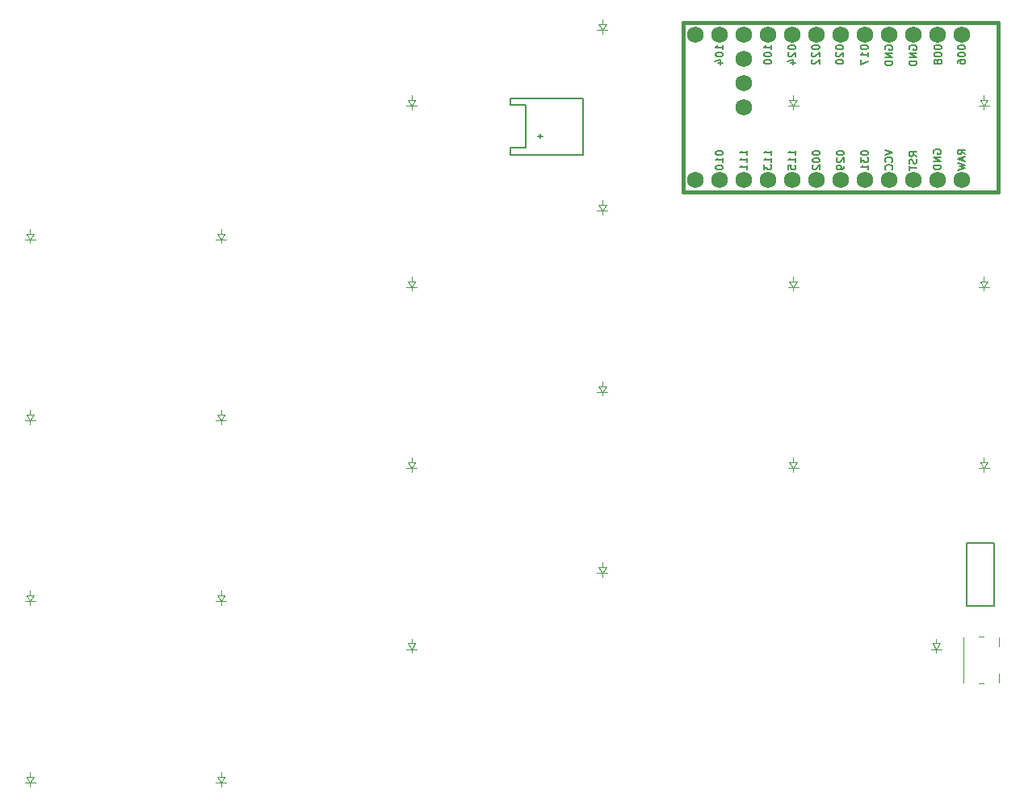
<source format=gbr>
%TF.GenerationSoftware,KiCad,Pcbnew,8.0.7*%
%TF.CreationDate,2025-01-04T23:43:43-07:00*%
%TF.ProjectId,left,6c656674-2e6b-4696-9361-645f70636258,v1.0.0*%
%TF.SameCoordinates,Original*%
%TF.FileFunction,Legend,Bot*%
%TF.FilePolarity,Positive*%
%FSLAX46Y46*%
G04 Gerber Fmt 4.6, Leading zero omitted, Abs format (unit mm)*
G04 Created by KiCad (PCBNEW 8.0.7) date 2025-01-04 23:43:43*
%MOMM*%
%LPD*%
G01*
G04 APERTURE LIST*
%ADD10C,0.150000*%
%ADD11C,0.100000*%
%ADD12C,0.381000*%
%ADD13C,0.120000*%
%ADD14C,1.752600*%
G04 APERTURE END LIST*
D10*
X206332295Y-86921334D02*
X205951342Y-86654667D01*
X206332295Y-86464191D02*
X205532295Y-86464191D01*
X205532295Y-86464191D02*
X205532295Y-86768953D01*
X205532295Y-86768953D02*
X205570390Y-86845143D01*
X205570390Y-86845143D02*
X205608485Y-86883238D01*
X205608485Y-86883238D02*
X205684676Y-86921334D01*
X205684676Y-86921334D02*
X205798961Y-86921334D01*
X205798961Y-86921334D02*
X205875152Y-86883238D01*
X205875152Y-86883238D02*
X205913247Y-86845143D01*
X205913247Y-86845143D02*
X205951342Y-86768953D01*
X205951342Y-86768953D02*
X205951342Y-86464191D01*
X206103723Y-87226095D02*
X206103723Y-87607048D01*
X206332295Y-87149905D02*
X205532295Y-87416572D01*
X205532295Y-87416572D02*
X206332295Y-87683238D01*
X205532295Y-87873714D02*
X206332295Y-88064190D01*
X206332295Y-88064190D02*
X205760866Y-88216571D01*
X205760866Y-88216571D02*
X206332295Y-88368952D01*
X206332295Y-88368952D02*
X205532295Y-88559429D01*
X203030390Y-86845143D02*
X202992295Y-86768953D01*
X202992295Y-86768953D02*
X202992295Y-86654667D01*
X202992295Y-86654667D02*
X203030390Y-86540381D01*
X203030390Y-86540381D02*
X203106580Y-86464191D01*
X203106580Y-86464191D02*
X203182771Y-86426096D01*
X203182771Y-86426096D02*
X203335152Y-86388000D01*
X203335152Y-86388000D02*
X203449438Y-86388000D01*
X203449438Y-86388000D02*
X203601819Y-86426096D01*
X203601819Y-86426096D02*
X203678009Y-86464191D01*
X203678009Y-86464191D02*
X203754200Y-86540381D01*
X203754200Y-86540381D02*
X203792295Y-86654667D01*
X203792295Y-86654667D02*
X203792295Y-86730858D01*
X203792295Y-86730858D02*
X203754200Y-86845143D01*
X203754200Y-86845143D02*
X203716104Y-86883239D01*
X203716104Y-86883239D02*
X203449438Y-86883239D01*
X203449438Y-86883239D02*
X203449438Y-86730858D01*
X203792295Y-87226096D02*
X202992295Y-87226096D01*
X202992295Y-87226096D02*
X203792295Y-87683239D01*
X203792295Y-87683239D02*
X202992295Y-87683239D01*
X203792295Y-88064191D02*
X202992295Y-88064191D01*
X202992295Y-88064191D02*
X202992295Y-88254667D01*
X202992295Y-88254667D02*
X203030390Y-88368953D01*
X203030390Y-88368953D02*
X203106580Y-88445143D01*
X203106580Y-88445143D02*
X203182771Y-88483238D01*
X203182771Y-88483238D02*
X203335152Y-88521334D01*
X203335152Y-88521334D02*
X203449438Y-88521334D01*
X203449438Y-88521334D02*
X203601819Y-88483238D01*
X203601819Y-88483238D02*
X203678009Y-88445143D01*
X203678009Y-88445143D02*
X203754200Y-88368953D01*
X203754200Y-88368953D02*
X203792295Y-88254667D01*
X203792295Y-88254667D02*
X203792295Y-88064191D01*
X201252295Y-87149905D02*
X200871342Y-86883238D01*
X201252295Y-86692762D02*
X200452295Y-86692762D01*
X200452295Y-86692762D02*
X200452295Y-86997524D01*
X200452295Y-86997524D02*
X200490390Y-87073714D01*
X200490390Y-87073714D02*
X200528485Y-87111809D01*
X200528485Y-87111809D02*
X200604676Y-87149905D01*
X200604676Y-87149905D02*
X200718961Y-87149905D01*
X200718961Y-87149905D02*
X200795152Y-87111809D01*
X200795152Y-87111809D02*
X200833247Y-87073714D01*
X200833247Y-87073714D02*
X200871342Y-86997524D01*
X200871342Y-86997524D02*
X200871342Y-86692762D01*
X201214200Y-87454666D02*
X201252295Y-87568952D01*
X201252295Y-87568952D02*
X201252295Y-87759428D01*
X201252295Y-87759428D02*
X201214200Y-87835619D01*
X201214200Y-87835619D02*
X201176104Y-87873714D01*
X201176104Y-87873714D02*
X201099914Y-87911809D01*
X201099914Y-87911809D02*
X201023723Y-87911809D01*
X201023723Y-87911809D02*
X200947533Y-87873714D01*
X200947533Y-87873714D02*
X200909438Y-87835619D01*
X200909438Y-87835619D02*
X200871342Y-87759428D01*
X200871342Y-87759428D02*
X200833247Y-87607047D01*
X200833247Y-87607047D02*
X200795152Y-87530857D01*
X200795152Y-87530857D02*
X200757057Y-87492762D01*
X200757057Y-87492762D02*
X200680866Y-87454666D01*
X200680866Y-87454666D02*
X200604676Y-87454666D01*
X200604676Y-87454666D02*
X200528485Y-87492762D01*
X200528485Y-87492762D02*
X200490390Y-87530857D01*
X200490390Y-87530857D02*
X200452295Y-87607047D01*
X200452295Y-87607047D02*
X200452295Y-87797524D01*
X200452295Y-87797524D02*
X200490390Y-87911809D01*
X200452295Y-88140381D02*
X200452295Y-88597524D01*
X201252295Y-88368952D02*
X200452295Y-88368952D01*
X197912295Y-86470524D02*
X198712295Y-86737191D01*
X198712295Y-86737191D02*
X197912295Y-87003857D01*
X198636104Y-87727667D02*
X198674200Y-87689571D01*
X198674200Y-87689571D02*
X198712295Y-87575286D01*
X198712295Y-87575286D02*
X198712295Y-87499095D01*
X198712295Y-87499095D02*
X198674200Y-87384809D01*
X198674200Y-87384809D02*
X198598009Y-87308619D01*
X198598009Y-87308619D02*
X198521819Y-87270524D01*
X198521819Y-87270524D02*
X198369438Y-87232428D01*
X198369438Y-87232428D02*
X198255152Y-87232428D01*
X198255152Y-87232428D02*
X198102771Y-87270524D01*
X198102771Y-87270524D02*
X198026580Y-87308619D01*
X198026580Y-87308619D02*
X197950390Y-87384809D01*
X197950390Y-87384809D02*
X197912295Y-87499095D01*
X197912295Y-87499095D02*
X197912295Y-87575286D01*
X197912295Y-87575286D02*
X197950390Y-87689571D01*
X197950390Y-87689571D02*
X197988485Y-87727667D01*
X198636104Y-88527667D02*
X198674200Y-88489571D01*
X198674200Y-88489571D02*
X198712295Y-88375286D01*
X198712295Y-88375286D02*
X198712295Y-88299095D01*
X198712295Y-88299095D02*
X198674200Y-88184809D01*
X198674200Y-88184809D02*
X198598009Y-88108619D01*
X198598009Y-88108619D02*
X198521819Y-88070524D01*
X198521819Y-88070524D02*
X198369438Y-88032428D01*
X198369438Y-88032428D02*
X198255152Y-88032428D01*
X198255152Y-88032428D02*
X198102771Y-88070524D01*
X198102771Y-88070524D02*
X198026580Y-88108619D01*
X198026580Y-88108619D02*
X197950390Y-88184809D01*
X197950390Y-88184809D02*
X197912295Y-88299095D01*
X197912295Y-88299095D02*
X197912295Y-88375286D01*
X197912295Y-88375286D02*
X197950390Y-88489571D01*
X197950390Y-88489571D02*
X197988485Y-88527667D01*
X195372295Y-86737191D02*
X195372295Y-86813381D01*
X195372295Y-86813381D02*
X195410390Y-86889572D01*
X195410390Y-86889572D02*
X195448485Y-86927667D01*
X195448485Y-86927667D02*
X195524676Y-86965762D01*
X195524676Y-86965762D02*
X195677057Y-87003857D01*
X195677057Y-87003857D02*
X195867533Y-87003857D01*
X195867533Y-87003857D02*
X196019914Y-86965762D01*
X196019914Y-86965762D02*
X196096104Y-86927667D01*
X196096104Y-86927667D02*
X196134200Y-86889572D01*
X196134200Y-86889572D02*
X196172295Y-86813381D01*
X196172295Y-86813381D02*
X196172295Y-86737191D01*
X196172295Y-86737191D02*
X196134200Y-86661000D01*
X196134200Y-86661000D02*
X196096104Y-86622905D01*
X196096104Y-86622905D02*
X196019914Y-86584810D01*
X196019914Y-86584810D02*
X195867533Y-86546714D01*
X195867533Y-86546714D02*
X195677057Y-86546714D01*
X195677057Y-86546714D02*
X195524676Y-86584810D01*
X195524676Y-86584810D02*
X195448485Y-86622905D01*
X195448485Y-86622905D02*
X195410390Y-86661000D01*
X195410390Y-86661000D02*
X195372295Y-86737191D01*
X195372295Y-87270524D02*
X195372295Y-87765762D01*
X195372295Y-87765762D02*
X195677057Y-87499096D01*
X195677057Y-87499096D02*
X195677057Y-87613381D01*
X195677057Y-87613381D02*
X195715152Y-87689572D01*
X195715152Y-87689572D02*
X195753247Y-87727667D01*
X195753247Y-87727667D02*
X195829438Y-87765762D01*
X195829438Y-87765762D02*
X196019914Y-87765762D01*
X196019914Y-87765762D02*
X196096104Y-87727667D01*
X196096104Y-87727667D02*
X196134200Y-87689572D01*
X196134200Y-87689572D02*
X196172295Y-87613381D01*
X196172295Y-87613381D02*
X196172295Y-87384810D01*
X196172295Y-87384810D02*
X196134200Y-87308619D01*
X196134200Y-87308619D02*
X196096104Y-87270524D01*
X196172295Y-88527667D02*
X196172295Y-88070524D01*
X196172295Y-88299096D02*
X195372295Y-88299096D01*
X195372295Y-88299096D02*
X195486580Y-88222905D01*
X195486580Y-88222905D02*
X195562771Y-88146715D01*
X195562771Y-88146715D02*
X195600866Y-88070524D01*
X192832295Y-86737191D02*
X192832295Y-86813381D01*
X192832295Y-86813381D02*
X192870390Y-86889572D01*
X192870390Y-86889572D02*
X192908485Y-86927667D01*
X192908485Y-86927667D02*
X192984676Y-86965762D01*
X192984676Y-86965762D02*
X193137057Y-87003857D01*
X193137057Y-87003857D02*
X193327533Y-87003857D01*
X193327533Y-87003857D02*
X193479914Y-86965762D01*
X193479914Y-86965762D02*
X193556104Y-86927667D01*
X193556104Y-86927667D02*
X193594200Y-86889572D01*
X193594200Y-86889572D02*
X193632295Y-86813381D01*
X193632295Y-86813381D02*
X193632295Y-86737191D01*
X193632295Y-86737191D02*
X193594200Y-86661000D01*
X193594200Y-86661000D02*
X193556104Y-86622905D01*
X193556104Y-86622905D02*
X193479914Y-86584810D01*
X193479914Y-86584810D02*
X193327533Y-86546714D01*
X193327533Y-86546714D02*
X193137057Y-86546714D01*
X193137057Y-86546714D02*
X192984676Y-86584810D01*
X192984676Y-86584810D02*
X192908485Y-86622905D01*
X192908485Y-86622905D02*
X192870390Y-86661000D01*
X192870390Y-86661000D02*
X192832295Y-86737191D01*
X192908485Y-87308619D02*
X192870390Y-87346715D01*
X192870390Y-87346715D02*
X192832295Y-87422905D01*
X192832295Y-87422905D02*
X192832295Y-87613381D01*
X192832295Y-87613381D02*
X192870390Y-87689572D01*
X192870390Y-87689572D02*
X192908485Y-87727667D01*
X192908485Y-87727667D02*
X192984676Y-87765762D01*
X192984676Y-87765762D02*
X193060866Y-87765762D01*
X193060866Y-87765762D02*
X193175152Y-87727667D01*
X193175152Y-87727667D02*
X193632295Y-87270524D01*
X193632295Y-87270524D02*
X193632295Y-87765762D01*
X193632295Y-88146715D02*
X193632295Y-88299096D01*
X193632295Y-88299096D02*
X193594200Y-88375286D01*
X193594200Y-88375286D02*
X193556104Y-88413382D01*
X193556104Y-88413382D02*
X193441819Y-88489572D01*
X193441819Y-88489572D02*
X193289438Y-88527667D01*
X193289438Y-88527667D02*
X192984676Y-88527667D01*
X192984676Y-88527667D02*
X192908485Y-88489572D01*
X192908485Y-88489572D02*
X192870390Y-88451477D01*
X192870390Y-88451477D02*
X192832295Y-88375286D01*
X192832295Y-88375286D02*
X192832295Y-88222905D01*
X192832295Y-88222905D02*
X192870390Y-88146715D01*
X192870390Y-88146715D02*
X192908485Y-88108620D01*
X192908485Y-88108620D02*
X192984676Y-88070524D01*
X192984676Y-88070524D02*
X193175152Y-88070524D01*
X193175152Y-88070524D02*
X193251342Y-88108620D01*
X193251342Y-88108620D02*
X193289438Y-88146715D01*
X193289438Y-88146715D02*
X193327533Y-88222905D01*
X193327533Y-88222905D02*
X193327533Y-88375286D01*
X193327533Y-88375286D02*
X193289438Y-88451477D01*
X193289438Y-88451477D02*
X193251342Y-88489572D01*
X193251342Y-88489572D02*
X193175152Y-88527667D01*
X190292295Y-86737191D02*
X190292295Y-86813381D01*
X190292295Y-86813381D02*
X190330390Y-86889572D01*
X190330390Y-86889572D02*
X190368485Y-86927667D01*
X190368485Y-86927667D02*
X190444676Y-86965762D01*
X190444676Y-86965762D02*
X190597057Y-87003857D01*
X190597057Y-87003857D02*
X190787533Y-87003857D01*
X190787533Y-87003857D02*
X190939914Y-86965762D01*
X190939914Y-86965762D02*
X191016104Y-86927667D01*
X191016104Y-86927667D02*
X191054200Y-86889572D01*
X191054200Y-86889572D02*
X191092295Y-86813381D01*
X191092295Y-86813381D02*
X191092295Y-86737191D01*
X191092295Y-86737191D02*
X191054200Y-86661000D01*
X191054200Y-86661000D02*
X191016104Y-86622905D01*
X191016104Y-86622905D02*
X190939914Y-86584810D01*
X190939914Y-86584810D02*
X190787533Y-86546714D01*
X190787533Y-86546714D02*
X190597057Y-86546714D01*
X190597057Y-86546714D02*
X190444676Y-86584810D01*
X190444676Y-86584810D02*
X190368485Y-86622905D01*
X190368485Y-86622905D02*
X190330390Y-86661000D01*
X190330390Y-86661000D02*
X190292295Y-86737191D01*
X190292295Y-87499096D02*
X190292295Y-87575286D01*
X190292295Y-87575286D02*
X190330390Y-87651477D01*
X190330390Y-87651477D02*
X190368485Y-87689572D01*
X190368485Y-87689572D02*
X190444676Y-87727667D01*
X190444676Y-87727667D02*
X190597057Y-87765762D01*
X190597057Y-87765762D02*
X190787533Y-87765762D01*
X190787533Y-87765762D02*
X190939914Y-87727667D01*
X190939914Y-87727667D02*
X191016104Y-87689572D01*
X191016104Y-87689572D02*
X191054200Y-87651477D01*
X191054200Y-87651477D02*
X191092295Y-87575286D01*
X191092295Y-87575286D02*
X191092295Y-87499096D01*
X191092295Y-87499096D02*
X191054200Y-87422905D01*
X191054200Y-87422905D02*
X191016104Y-87384810D01*
X191016104Y-87384810D02*
X190939914Y-87346715D01*
X190939914Y-87346715D02*
X190787533Y-87308619D01*
X190787533Y-87308619D02*
X190597057Y-87308619D01*
X190597057Y-87308619D02*
X190444676Y-87346715D01*
X190444676Y-87346715D02*
X190368485Y-87384810D01*
X190368485Y-87384810D02*
X190330390Y-87422905D01*
X190330390Y-87422905D02*
X190292295Y-87499096D01*
X190368485Y-88070524D02*
X190330390Y-88108620D01*
X190330390Y-88108620D02*
X190292295Y-88184810D01*
X190292295Y-88184810D02*
X190292295Y-88375286D01*
X190292295Y-88375286D02*
X190330390Y-88451477D01*
X190330390Y-88451477D02*
X190368485Y-88489572D01*
X190368485Y-88489572D02*
X190444676Y-88527667D01*
X190444676Y-88527667D02*
X190520866Y-88527667D01*
X190520866Y-88527667D02*
X190635152Y-88489572D01*
X190635152Y-88489572D02*
X191092295Y-88032429D01*
X191092295Y-88032429D02*
X191092295Y-88527667D01*
X188552295Y-87003857D02*
X188552295Y-86546714D01*
X188552295Y-86775286D02*
X187752295Y-86775286D01*
X187752295Y-86775286D02*
X187866580Y-86699095D01*
X187866580Y-86699095D02*
X187942771Y-86622905D01*
X187942771Y-86622905D02*
X187980866Y-86546714D01*
X188552295Y-87765762D02*
X188552295Y-87308619D01*
X188552295Y-87537191D02*
X187752295Y-87537191D01*
X187752295Y-87537191D02*
X187866580Y-87461000D01*
X187866580Y-87461000D02*
X187942771Y-87384810D01*
X187942771Y-87384810D02*
X187980866Y-87308619D01*
X187752295Y-88489572D02*
X187752295Y-88108620D01*
X187752295Y-88108620D02*
X188133247Y-88070524D01*
X188133247Y-88070524D02*
X188095152Y-88108620D01*
X188095152Y-88108620D02*
X188057057Y-88184810D01*
X188057057Y-88184810D02*
X188057057Y-88375286D01*
X188057057Y-88375286D02*
X188095152Y-88451477D01*
X188095152Y-88451477D02*
X188133247Y-88489572D01*
X188133247Y-88489572D02*
X188209438Y-88527667D01*
X188209438Y-88527667D02*
X188399914Y-88527667D01*
X188399914Y-88527667D02*
X188476104Y-88489572D01*
X188476104Y-88489572D02*
X188514200Y-88451477D01*
X188514200Y-88451477D02*
X188552295Y-88375286D01*
X188552295Y-88375286D02*
X188552295Y-88184810D01*
X188552295Y-88184810D02*
X188514200Y-88108620D01*
X188514200Y-88108620D02*
X188476104Y-88070524D01*
X186012295Y-87003857D02*
X186012295Y-86546714D01*
X186012295Y-86775286D02*
X185212295Y-86775286D01*
X185212295Y-86775286D02*
X185326580Y-86699095D01*
X185326580Y-86699095D02*
X185402771Y-86622905D01*
X185402771Y-86622905D02*
X185440866Y-86546714D01*
X186012295Y-87765762D02*
X186012295Y-87308619D01*
X186012295Y-87537191D02*
X185212295Y-87537191D01*
X185212295Y-87537191D02*
X185326580Y-87461000D01*
X185326580Y-87461000D02*
X185402771Y-87384810D01*
X185402771Y-87384810D02*
X185440866Y-87308619D01*
X185212295Y-88032429D02*
X185212295Y-88527667D01*
X185212295Y-88527667D02*
X185517057Y-88261001D01*
X185517057Y-88261001D02*
X185517057Y-88375286D01*
X185517057Y-88375286D02*
X185555152Y-88451477D01*
X185555152Y-88451477D02*
X185593247Y-88489572D01*
X185593247Y-88489572D02*
X185669438Y-88527667D01*
X185669438Y-88527667D02*
X185859914Y-88527667D01*
X185859914Y-88527667D02*
X185936104Y-88489572D01*
X185936104Y-88489572D02*
X185974200Y-88451477D01*
X185974200Y-88451477D02*
X186012295Y-88375286D01*
X186012295Y-88375286D02*
X186012295Y-88146715D01*
X186012295Y-88146715D02*
X185974200Y-88070524D01*
X185974200Y-88070524D02*
X185936104Y-88032429D01*
X183472295Y-87003857D02*
X183472295Y-86546714D01*
X183472295Y-86775286D02*
X182672295Y-86775286D01*
X182672295Y-86775286D02*
X182786580Y-86699095D01*
X182786580Y-86699095D02*
X182862771Y-86622905D01*
X182862771Y-86622905D02*
X182900866Y-86546714D01*
X183472295Y-87765762D02*
X183472295Y-87308619D01*
X183472295Y-87537191D02*
X182672295Y-87537191D01*
X182672295Y-87537191D02*
X182786580Y-87461000D01*
X182786580Y-87461000D02*
X182862771Y-87384810D01*
X182862771Y-87384810D02*
X182900866Y-87308619D01*
X183472295Y-88527667D02*
X183472295Y-88070524D01*
X183472295Y-88299096D02*
X182672295Y-88299096D01*
X182672295Y-88299096D02*
X182786580Y-88222905D01*
X182786580Y-88222905D02*
X182862771Y-88146715D01*
X182862771Y-88146715D02*
X182900866Y-88070524D01*
X180132295Y-86737191D02*
X180132295Y-86813381D01*
X180132295Y-86813381D02*
X180170390Y-86889572D01*
X180170390Y-86889572D02*
X180208485Y-86927667D01*
X180208485Y-86927667D02*
X180284676Y-86965762D01*
X180284676Y-86965762D02*
X180437057Y-87003857D01*
X180437057Y-87003857D02*
X180627533Y-87003857D01*
X180627533Y-87003857D02*
X180779914Y-86965762D01*
X180779914Y-86965762D02*
X180856104Y-86927667D01*
X180856104Y-86927667D02*
X180894200Y-86889572D01*
X180894200Y-86889572D02*
X180932295Y-86813381D01*
X180932295Y-86813381D02*
X180932295Y-86737191D01*
X180932295Y-86737191D02*
X180894200Y-86661000D01*
X180894200Y-86661000D02*
X180856104Y-86622905D01*
X180856104Y-86622905D02*
X180779914Y-86584810D01*
X180779914Y-86584810D02*
X180627533Y-86546714D01*
X180627533Y-86546714D02*
X180437057Y-86546714D01*
X180437057Y-86546714D02*
X180284676Y-86584810D01*
X180284676Y-86584810D02*
X180208485Y-86622905D01*
X180208485Y-86622905D02*
X180170390Y-86661000D01*
X180170390Y-86661000D02*
X180132295Y-86737191D01*
X180932295Y-87765762D02*
X180932295Y-87308619D01*
X180932295Y-87537191D02*
X180132295Y-87537191D01*
X180132295Y-87537191D02*
X180246580Y-87461000D01*
X180246580Y-87461000D02*
X180322771Y-87384810D01*
X180322771Y-87384810D02*
X180360866Y-87308619D01*
X180132295Y-88261001D02*
X180132295Y-88337191D01*
X180132295Y-88337191D02*
X180170390Y-88413382D01*
X180170390Y-88413382D02*
X180208485Y-88451477D01*
X180208485Y-88451477D02*
X180284676Y-88489572D01*
X180284676Y-88489572D02*
X180437057Y-88527667D01*
X180437057Y-88527667D02*
X180627533Y-88527667D01*
X180627533Y-88527667D02*
X180779914Y-88489572D01*
X180779914Y-88489572D02*
X180856104Y-88451477D01*
X180856104Y-88451477D02*
X180894200Y-88413382D01*
X180894200Y-88413382D02*
X180932295Y-88337191D01*
X180932295Y-88337191D02*
X180932295Y-88261001D01*
X180932295Y-88261001D02*
X180894200Y-88184810D01*
X180894200Y-88184810D02*
X180856104Y-88146715D01*
X180856104Y-88146715D02*
X180779914Y-88108620D01*
X180779914Y-88108620D02*
X180627533Y-88070524D01*
X180627533Y-88070524D02*
X180437057Y-88070524D01*
X180437057Y-88070524D02*
X180284676Y-88108620D01*
X180284676Y-88108620D02*
X180208485Y-88146715D01*
X180208485Y-88146715D02*
X180170390Y-88184810D01*
X180170390Y-88184810D02*
X180132295Y-88261001D01*
X205532295Y-75662810D02*
X205532295Y-75739000D01*
X205532295Y-75739000D02*
X205570390Y-75815191D01*
X205570390Y-75815191D02*
X205608485Y-75853286D01*
X205608485Y-75853286D02*
X205684676Y-75891381D01*
X205684676Y-75891381D02*
X205837057Y-75929476D01*
X205837057Y-75929476D02*
X206027533Y-75929476D01*
X206027533Y-75929476D02*
X206179914Y-75891381D01*
X206179914Y-75891381D02*
X206256104Y-75853286D01*
X206256104Y-75853286D02*
X206294200Y-75815191D01*
X206294200Y-75815191D02*
X206332295Y-75739000D01*
X206332295Y-75739000D02*
X206332295Y-75662810D01*
X206332295Y-75662810D02*
X206294200Y-75586619D01*
X206294200Y-75586619D02*
X206256104Y-75548524D01*
X206256104Y-75548524D02*
X206179914Y-75510429D01*
X206179914Y-75510429D02*
X206027533Y-75472333D01*
X206027533Y-75472333D02*
X205837057Y-75472333D01*
X205837057Y-75472333D02*
X205684676Y-75510429D01*
X205684676Y-75510429D02*
X205608485Y-75548524D01*
X205608485Y-75548524D02*
X205570390Y-75586619D01*
X205570390Y-75586619D02*
X205532295Y-75662810D01*
X205532295Y-76424715D02*
X205532295Y-76500905D01*
X205532295Y-76500905D02*
X205570390Y-76577096D01*
X205570390Y-76577096D02*
X205608485Y-76615191D01*
X205608485Y-76615191D02*
X205684676Y-76653286D01*
X205684676Y-76653286D02*
X205837057Y-76691381D01*
X205837057Y-76691381D02*
X206027533Y-76691381D01*
X206027533Y-76691381D02*
X206179914Y-76653286D01*
X206179914Y-76653286D02*
X206256104Y-76615191D01*
X206256104Y-76615191D02*
X206294200Y-76577096D01*
X206294200Y-76577096D02*
X206332295Y-76500905D01*
X206332295Y-76500905D02*
X206332295Y-76424715D01*
X206332295Y-76424715D02*
X206294200Y-76348524D01*
X206294200Y-76348524D02*
X206256104Y-76310429D01*
X206256104Y-76310429D02*
X206179914Y-76272334D01*
X206179914Y-76272334D02*
X206027533Y-76234238D01*
X206027533Y-76234238D02*
X205837057Y-76234238D01*
X205837057Y-76234238D02*
X205684676Y-76272334D01*
X205684676Y-76272334D02*
X205608485Y-76310429D01*
X205608485Y-76310429D02*
X205570390Y-76348524D01*
X205570390Y-76348524D02*
X205532295Y-76424715D01*
X205532295Y-77377096D02*
X205532295Y-77224715D01*
X205532295Y-77224715D02*
X205570390Y-77148524D01*
X205570390Y-77148524D02*
X205608485Y-77110429D01*
X205608485Y-77110429D02*
X205722771Y-77034239D01*
X205722771Y-77034239D02*
X205875152Y-76996143D01*
X205875152Y-76996143D02*
X206179914Y-76996143D01*
X206179914Y-76996143D02*
X206256104Y-77034239D01*
X206256104Y-77034239D02*
X206294200Y-77072334D01*
X206294200Y-77072334D02*
X206332295Y-77148524D01*
X206332295Y-77148524D02*
X206332295Y-77300905D01*
X206332295Y-77300905D02*
X206294200Y-77377096D01*
X206294200Y-77377096D02*
X206256104Y-77415191D01*
X206256104Y-77415191D02*
X206179914Y-77453286D01*
X206179914Y-77453286D02*
X205989438Y-77453286D01*
X205989438Y-77453286D02*
X205913247Y-77415191D01*
X205913247Y-77415191D02*
X205875152Y-77377096D01*
X205875152Y-77377096D02*
X205837057Y-77300905D01*
X205837057Y-77300905D02*
X205837057Y-77148524D01*
X205837057Y-77148524D02*
X205875152Y-77072334D01*
X205875152Y-77072334D02*
X205913247Y-77034239D01*
X205913247Y-77034239D02*
X205989438Y-76996143D01*
X203062295Y-75662810D02*
X203062295Y-75739000D01*
X203062295Y-75739000D02*
X203100390Y-75815191D01*
X203100390Y-75815191D02*
X203138485Y-75853286D01*
X203138485Y-75853286D02*
X203214676Y-75891381D01*
X203214676Y-75891381D02*
X203367057Y-75929476D01*
X203367057Y-75929476D02*
X203557533Y-75929476D01*
X203557533Y-75929476D02*
X203709914Y-75891381D01*
X203709914Y-75891381D02*
X203786104Y-75853286D01*
X203786104Y-75853286D02*
X203824200Y-75815191D01*
X203824200Y-75815191D02*
X203862295Y-75739000D01*
X203862295Y-75739000D02*
X203862295Y-75662810D01*
X203862295Y-75662810D02*
X203824200Y-75586619D01*
X203824200Y-75586619D02*
X203786104Y-75548524D01*
X203786104Y-75548524D02*
X203709914Y-75510429D01*
X203709914Y-75510429D02*
X203557533Y-75472333D01*
X203557533Y-75472333D02*
X203367057Y-75472333D01*
X203367057Y-75472333D02*
X203214676Y-75510429D01*
X203214676Y-75510429D02*
X203138485Y-75548524D01*
X203138485Y-75548524D02*
X203100390Y-75586619D01*
X203100390Y-75586619D02*
X203062295Y-75662810D01*
X203062295Y-76424715D02*
X203062295Y-76500905D01*
X203062295Y-76500905D02*
X203100390Y-76577096D01*
X203100390Y-76577096D02*
X203138485Y-76615191D01*
X203138485Y-76615191D02*
X203214676Y-76653286D01*
X203214676Y-76653286D02*
X203367057Y-76691381D01*
X203367057Y-76691381D02*
X203557533Y-76691381D01*
X203557533Y-76691381D02*
X203709914Y-76653286D01*
X203709914Y-76653286D02*
X203786104Y-76615191D01*
X203786104Y-76615191D02*
X203824200Y-76577096D01*
X203824200Y-76577096D02*
X203862295Y-76500905D01*
X203862295Y-76500905D02*
X203862295Y-76424715D01*
X203862295Y-76424715D02*
X203824200Y-76348524D01*
X203824200Y-76348524D02*
X203786104Y-76310429D01*
X203786104Y-76310429D02*
X203709914Y-76272334D01*
X203709914Y-76272334D02*
X203557533Y-76234238D01*
X203557533Y-76234238D02*
X203367057Y-76234238D01*
X203367057Y-76234238D02*
X203214676Y-76272334D01*
X203214676Y-76272334D02*
X203138485Y-76310429D01*
X203138485Y-76310429D02*
X203100390Y-76348524D01*
X203100390Y-76348524D02*
X203062295Y-76424715D01*
X203405152Y-77148524D02*
X203367057Y-77072334D01*
X203367057Y-77072334D02*
X203328961Y-77034239D01*
X203328961Y-77034239D02*
X203252771Y-76996143D01*
X203252771Y-76996143D02*
X203214676Y-76996143D01*
X203214676Y-76996143D02*
X203138485Y-77034239D01*
X203138485Y-77034239D02*
X203100390Y-77072334D01*
X203100390Y-77072334D02*
X203062295Y-77148524D01*
X203062295Y-77148524D02*
X203062295Y-77300905D01*
X203062295Y-77300905D02*
X203100390Y-77377096D01*
X203100390Y-77377096D02*
X203138485Y-77415191D01*
X203138485Y-77415191D02*
X203214676Y-77453286D01*
X203214676Y-77453286D02*
X203252771Y-77453286D01*
X203252771Y-77453286D02*
X203328961Y-77415191D01*
X203328961Y-77415191D02*
X203367057Y-77377096D01*
X203367057Y-77377096D02*
X203405152Y-77300905D01*
X203405152Y-77300905D02*
X203405152Y-77148524D01*
X203405152Y-77148524D02*
X203443247Y-77072334D01*
X203443247Y-77072334D02*
X203481342Y-77034239D01*
X203481342Y-77034239D02*
X203557533Y-76996143D01*
X203557533Y-76996143D02*
X203709914Y-76996143D01*
X203709914Y-76996143D02*
X203786104Y-77034239D01*
X203786104Y-77034239D02*
X203824200Y-77072334D01*
X203824200Y-77072334D02*
X203862295Y-77148524D01*
X203862295Y-77148524D02*
X203862295Y-77300905D01*
X203862295Y-77300905D02*
X203824200Y-77377096D01*
X203824200Y-77377096D02*
X203786104Y-77415191D01*
X203786104Y-77415191D02*
X203709914Y-77453286D01*
X203709914Y-77453286D02*
X203557533Y-77453286D01*
X203557533Y-77453286D02*
X203481342Y-77415191D01*
X203481342Y-77415191D02*
X203443247Y-77377096D01*
X203443247Y-77377096D02*
X203405152Y-77300905D01*
X200490390Y-75929476D02*
X200452295Y-75853286D01*
X200452295Y-75853286D02*
X200452295Y-75739000D01*
X200452295Y-75739000D02*
X200490390Y-75624714D01*
X200490390Y-75624714D02*
X200566580Y-75548524D01*
X200566580Y-75548524D02*
X200642771Y-75510429D01*
X200642771Y-75510429D02*
X200795152Y-75472333D01*
X200795152Y-75472333D02*
X200909438Y-75472333D01*
X200909438Y-75472333D02*
X201061819Y-75510429D01*
X201061819Y-75510429D02*
X201138009Y-75548524D01*
X201138009Y-75548524D02*
X201214200Y-75624714D01*
X201214200Y-75624714D02*
X201252295Y-75739000D01*
X201252295Y-75739000D02*
X201252295Y-75815191D01*
X201252295Y-75815191D02*
X201214200Y-75929476D01*
X201214200Y-75929476D02*
X201176104Y-75967572D01*
X201176104Y-75967572D02*
X200909438Y-75967572D01*
X200909438Y-75967572D02*
X200909438Y-75815191D01*
X201252295Y-76310429D02*
X200452295Y-76310429D01*
X200452295Y-76310429D02*
X201252295Y-76767572D01*
X201252295Y-76767572D02*
X200452295Y-76767572D01*
X201252295Y-77148524D02*
X200452295Y-77148524D01*
X200452295Y-77148524D02*
X200452295Y-77339000D01*
X200452295Y-77339000D02*
X200490390Y-77453286D01*
X200490390Y-77453286D02*
X200566580Y-77529476D01*
X200566580Y-77529476D02*
X200642771Y-77567571D01*
X200642771Y-77567571D02*
X200795152Y-77605667D01*
X200795152Y-77605667D02*
X200909438Y-77605667D01*
X200909438Y-77605667D02*
X201061819Y-77567571D01*
X201061819Y-77567571D02*
X201138009Y-77529476D01*
X201138009Y-77529476D02*
X201214200Y-77453286D01*
X201214200Y-77453286D02*
X201252295Y-77339000D01*
X201252295Y-77339000D02*
X201252295Y-77148524D01*
X197950390Y-75929476D02*
X197912295Y-75853286D01*
X197912295Y-75853286D02*
X197912295Y-75739000D01*
X197912295Y-75739000D02*
X197950390Y-75624714D01*
X197950390Y-75624714D02*
X198026580Y-75548524D01*
X198026580Y-75548524D02*
X198102771Y-75510429D01*
X198102771Y-75510429D02*
X198255152Y-75472333D01*
X198255152Y-75472333D02*
X198369438Y-75472333D01*
X198369438Y-75472333D02*
X198521819Y-75510429D01*
X198521819Y-75510429D02*
X198598009Y-75548524D01*
X198598009Y-75548524D02*
X198674200Y-75624714D01*
X198674200Y-75624714D02*
X198712295Y-75739000D01*
X198712295Y-75739000D02*
X198712295Y-75815191D01*
X198712295Y-75815191D02*
X198674200Y-75929476D01*
X198674200Y-75929476D02*
X198636104Y-75967572D01*
X198636104Y-75967572D02*
X198369438Y-75967572D01*
X198369438Y-75967572D02*
X198369438Y-75815191D01*
X198712295Y-76310429D02*
X197912295Y-76310429D01*
X197912295Y-76310429D02*
X198712295Y-76767572D01*
X198712295Y-76767572D02*
X197912295Y-76767572D01*
X198712295Y-77148524D02*
X197912295Y-77148524D01*
X197912295Y-77148524D02*
X197912295Y-77339000D01*
X197912295Y-77339000D02*
X197950390Y-77453286D01*
X197950390Y-77453286D02*
X198026580Y-77529476D01*
X198026580Y-77529476D02*
X198102771Y-77567571D01*
X198102771Y-77567571D02*
X198255152Y-77605667D01*
X198255152Y-77605667D02*
X198369438Y-77605667D01*
X198369438Y-77605667D02*
X198521819Y-77567571D01*
X198521819Y-77567571D02*
X198598009Y-77529476D01*
X198598009Y-77529476D02*
X198674200Y-77453286D01*
X198674200Y-77453286D02*
X198712295Y-77339000D01*
X198712295Y-77339000D02*
X198712295Y-77148524D01*
X195362295Y-75662810D02*
X195362295Y-75739000D01*
X195362295Y-75739000D02*
X195400390Y-75815191D01*
X195400390Y-75815191D02*
X195438485Y-75853286D01*
X195438485Y-75853286D02*
X195514676Y-75891381D01*
X195514676Y-75891381D02*
X195667057Y-75929476D01*
X195667057Y-75929476D02*
X195857533Y-75929476D01*
X195857533Y-75929476D02*
X196009914Y-75891381D01*
X196009914Y-75891381D02*
X196086104Y-75853286D01*
X196086104Y-75853286D02*
X196124200Y-75815191D01*
X196124200Y-75815191D02*
X196162295Y-75739000D01*
X196162295Y-75739000D02*
X196162295Y-75662810D01*
X196162295Y-75662810D02*
X196124200Y-75586619D01*
X196124200Y-75586619D02*
X196086104Y-75548524D01*
X196086104Y-75548524D02*
X196009914Y-75510429D01*
X196009914Y-75510429D02*
X195857533Y-75472333D01*
X195857533Y-75472333D02*
X195667057Y-75472333D01*
X195667057Y-75472333D02*
X195514676Y-75510429D01*
X195514676Y-75510429D02*
X195438485Y-75548524D01*
X195438485Y-75548524D02*
X195400390Y-75586619D01*
X195400390Y-75586619D02*
X195362295Y-75662810D01*
X196162295Y-76691381D02*
X196162295Y-76234238D01*
X196162295Y-76462810D02*
X195362295Y-76462810D01*
X195362295Y-76462810D02*
X195476580Y-76386619D01*
X195476580Y-76386619D02*
X195552771Y-76310429D01*
X195552771Y-76310429D02*
X195590866Y-76234238D01*
X195362295Y-76958048D02*
X195362295Y-77491382D01*
X195362295Y-77491382D02*
X196162295Y-77148524D01*
X192762295Y-75662810D02*
X192762295Y-75739000D01*
X192762295Y-75739000D02*
X192800390Y-75815191D01*
X192800390Y-75815191D02*
X192838485Y-75853286D01*
X192838485Y-75853286D02*
X192914676Y-75891381D01*
X192914676Y-75891381D02*
X193067057Y-75929476D01*
X193067057Y-75929476D02*
X193257533Y-75929476D01*
X193257533Y-75929476D02*
X193409914Y-75891381D01*
X193409914Y-75891381D02*
X193486104Y-75853286D01*
X193486104Y-75853286D02*
X193524200Y-75815191D01*
X193524200Y-75815191D02*
X193562295Y-75739000D01*
X193562295Y-75739000D02*
X193562295Y-75662810D01*
X193562295Y-75662810D02*
X193524200Y-75586619D01*
X193524200Y-75586619D02*
X193486104Y-75548524D01*
X193486104Y-75548524D02*
X193409914Y-75510429D01*
X193409914Y-75510429D02*
X193257533Y-75472333D01*
X193257533Y-75472333D02*
X193067057Y-75472333D01*
X193067057Y-75472333D02*
X192914676Y-75510429D01*
X192914676Y-75510429D02*
X192838485Y-75548524D01*
X192838485Y-75548524D02*
X192800390Y-75586619D01*
X192800390Y-75586619D02*
X192762295Y-75662810D01*
X192838485Y-76234238D02*
X192800390Y-76272334D01*
X192800390Y-76272334D02*
X192762295Y-76348524D01*
X192762295Y-76348524D02*
X192762295Y-76539000D01*
X192762295Y-76539000D02*
X192800390Y-76615191D01*
X192800390Y-76615191D02*
X192838485Y-76653286D01*
X192838485Y-76653286D02*
X192914676Y-76691381D01*
X192914676Y-76691381D02*
X192990866Y-76691381D01*
X192990866Y-76691381D02*
X193105152Y-76653286D01*
X193105152Y-76653286D02*
X193562295Y-76196143D01*
X193562295Y-76196143D02*
X193562295Y-76691381D01*
X192762295Y-77186620D02*
X192762295Y-77262810D01*
X192762295Y-77262810D02*
X192800390Y-77339001D01*
X192800390Y-77339001D02*
X192838485Y-77377096D01*
X192838485Y-77377096D02*
X192914676Y-77415191D01*
X192914676Y-77415191D02*
X193067057Y-77453286D01*
X193067057Y-77453286D02*
X193257533Y-77453286D01*
X193257533Y-77453286D02*
X193409914Y-77415191D01*
X193409914Y-77415191D02*
X193486104Y-77377096D01*
X193486104Y-77377096D02*
X193524200Y-77339001D01*
X193524200Y-77339001D02*
X193562295Y-77262810D01*
X193562295Y-77262810D02*
X193562295Y-77186620D01*
X193562295Y-77186620D02*
X193524200Y-77110429D01*
X193524200Y-77110429D02*
X193486104Y-77072334D01*
X193486104Y-77072334D02*
X193409914Y-77034239D01*
X193409914Y-77034239D02*
X193257533Y-76996143D01*
X193257533Y-76996143D02*
X193067057Y-76996143D01*
X193067057Y-76996143D02*
X192914676Y-77034239D01*
X192914676Y-77034239D02*
X192838485Y-77072334D01*
X192838485Y-77072334D02*
X192800390Y-77110429D01*
X192800390Y-77110429D02*
X192762295Y-77186620D01*
X190262295Y-75662810D02*
X190262295Y-75739000D01*
X190262295Y-75739000D02*
X190300390Y-75815191D01*
X190300390Y-75815191D02*
X190338485Y-75853286D01*
X190338485Y-75853286D02*
X190414676Y-75891381D01*
X190414676Y-75891381D02*
X190567057Y-75929476D01*
X190567057Y-75929476D02*
X190757533Y-75929476D01*
X190757533Y-75929476D02*
X190909914Y-75891381D01*
X190909914Y-75891381D02*
X190986104Y-75853286D01*
X190986104Y-75853286D02*
X191024200Y-75815191D01*
X191024200Y-75815191D02*
X191062295Y-75739000D01*
X191062295Y-75739000D02*
X191062295Y-75662810D01*
X191062295Y-75662810D02*
X191024200Y-75586619D01*
X191024200Y-75586619D02*
X190986104Y-75548524D01*
X190986104Y-75548524D02*
X190909914Y-75510429D01*
X190909914Y-75510429D02*
X190757533Y-75472333D01*
X190757533Y-75472333D02*
X190567057Y-75472333D01*
X190567057Y-75472333D02*
X190414676Y-75510429D01*
X190414676Y-75510429D02*
X190338485Y-75548524D01*
X190338485Y-75548524D02*
X190300390Y-75586619D01*
X190300390Y-75586619D02*
X190262295Y-75662810D01*
X190338485Y-76234238D02*
X190300390Y-76272334D01*
X190300390Y-76272334D02*
X190262295Y-76348524D01*
X190262295Y-76348524D02*
X190262295Y-76539000D01*
X190262295Y-76539000D02*
X190300390Y-76615191D01*
X190300390Y-76615191D02*
X190338485Y-76653286D01*
X190338485Y-76653286D02*
X190414676Y-76691381D01*
X190414676Y-76691381D02*
X190490866Y-76691381D01*
X190490866Y-76691381D02*
X190605152Y-76653286D01*
X190605152Y-76653286D02*
X191062295Y-76196143D01*
X191062295Y-76196143D02*
X191062295Y-76691381D01*
X190338485Y-76996143D02*
X190300390Y-77034239D01*
X190300390Y-77034239D02*
X190262295Y-77110429D01*
X190262295Y-77110429D02*
X190262295Y-77300905D01*
X190262295Y-77300905D02*
X190300390Y-77377096D01*
X190300390Y-77377096D02*
X190338485Y-77415191D01*
X190338485Y-77415191D02*
X190414676Y-77453286D01*
X190414676Y-77453286D02*
X190490866Y-77453286D01*
X190490866Y-77453286D02*
X190605152Y-77415191D01*
X190605152Y-77415191D02*
X191062295Y-76958048D01*
X191062295Y-76958048D02*
X191062295Y-77453286D01*
X187752295Y-75662810D02*
X187752295Y-75739000D01*
X187752295Y-75739000D02*
X187790390Y-75815191D01*
X187790390Y-75815191D02*
X187828485Y-75853286D01*
X187828485Y-75853286D02*
X187904676Y-75891381D01*
X187904676Y-75891381D02*
X188057057Y-75929476D01*
X188057057Y-75929476D02*
X188247533Y-75929476D01*
X188247533Y-75929476D02*
X188399914Y-75891381D01*
X188399914Y-75891381D02*
X188476104Y-75853286D01*
X188476104Y-75853286D02*
X188514200Y-75815191D01*
X188514200Y-75815191D02*
X188552295Y-75739000D01*
X188552295Y-75739000D02*
X188552295Y-75662810D01*
X188552295Y-75662810D02*
X188514200Y-75586619D01*
X188514200Y-75586619D02*
X188476104Y-75548524D01*
X188476104Y-75548524D02*
X188399914Y-75510429D01*
X188399914Y-75510429D02*
X188247533Y-75472333D01*
X188247533Y-75472333D02*
X188057057Y-75472333D01*
X188057057Y-75472333D02*
X187904676Y-75510429D01*
X187904676Y-75510429D02*
X187828485Y-75548524D01*
X187828485Y-75548524D02*
X187790390Y-75586619D01*
X187790390Y-75586619D02*
X187752295Y-75662810D01*
X187828485Y-76234238D02*
X187790390Y-76272334D01*
X187790390Y-76272334D02*
X187752295Y-76348524D01*
X187752295Y-76348524D02*
X187752295Y-76539000D01*
X187752295Y-76539000D02*
X187790390Y-76615191D01*
X187790390Y-76615191D02*
X187828485Y-76653286D01*
X187828485Y-76653286D02*
X187904676Y-76691381D01*
X187904676Y-76691381D02*
X187980866Y-76691381D01*
X187980866Y-76691381D02*
X188095152Y-76653286D01*
X188095152Y-76653286D02*
X188552295Y-76196143D01*
X188552295Y-76196143D02*
X188552295Y-76691381D01*
X188018961Y-77377096D02*
X188552295Y-77377096D01*
X187714200Y-77186620D02*
X188285628Y-76996143D01*
X188285628Y-76996143D02*
X188285628Y-77491382D01*
X186012295Y-75929476D02*
X186012295Y-75472333D01*
X186012295Y-75700905D02*
X185212295Y-75700905D01*
X185212295Y-75700905D02*
X185326580Y-75624714D01*
X185326580Y-75624714D02*
X185402771Y-75548524D01*
X185402771Y-75548524D02*
X185440866Y-75472333D01*
X185212295Y-76424715D02*
X185212295Y-76500905D01*
X185212295Y-76500905D02*
X185250390Y-76577096D01*
X185250390Y-76577096D02*
X185288485Y-76615191D01*
X185288485Y-76615191D02*
X185364676Y-76653286D01*
X185364676Y-76653286D02*
X185517057Y-76691381D01*
X185517057Y-76691381D02*
X185707533Y-76691381D01*
X185707533Y-76691381D02*
X185859914Y-76653286D01*
X185859914Y-76653286D02*
X185936104Y-76615191D01*
X185936104Y-76615191D02*
X185974200Y-76577096D01*
X185974200Y-76577096D02*
X186012295Y-76500905D01*
X186012295Y-76500905D02*
X186012295Y-76424715D01*
X186012295Y-76424715D02*
X185974200Y-76348524D01*
X185974200Y-76348524D02*
X185936104Y-76310429D01*
X185936104Y-76310429D02*
X185859914Y-76272334D01*
X185859914Y-76272334D02*
X185707533Y-76234238D01*
X185707533Y-76234238D02*
X185517057Y-76234238D01*
X185517057Y-76234238D02*
X185364676Y-76272334D01*
X185364676Y-76272334D02*
X185288485Y-76310429D01*
X185288485Y-76310429D02*
X185250390Y-76348524D01*
X185250390Y-76348524D02*
X185212295Y-76424715D01*
X185212295Y-77186620D02*
X185212295Y-77262810D01*
X185212295Y-77262810D02*
X185250390Y-77339001D01*
X185250390Y-77339001D02*
X185288485Y-77377096D01*
X185288485Y-77377096D02*
X185364676Y-77415191D01*
X185364676Y-77415191D02*
X185517057Y-77453286D01*
X185517057Y-77453286D02*
X185707533Y-77453286D01*
X185707533Y-77453286D02*
X185859914Y-77415191D01*
X185859914Y-77415191D02*
X185936104Y-77377096D01*
X185936104Y-77377096D02*
X185974200Y-77339001D01*
X185974200Y-77339001D02*
X186012295Y-77262810D01*
X186012295Y-77262810D02*
X186012295Y-77186620D01*
X186012295Y-77186620D02*
X185974200Y-77110429D01*
X185974200Y-77110429D02*
X185936104Y-77072334D01*
X185936104Y-77072334D02*
X185859914Y-77034239D01*
X185859914Y-77034239D02*
X185707533Y-76996143D01*
X185707533Y-76996143D02*
X185517057Y-76996143D01*
X185517057Y-76996143D02*
X185364676Y-77034239D01*
X185364676Y-77034239D02*
X185288485Y-77072334D01*
X185288485Y-77072334D02*
X185250390Y-77110429D01*
X185250390Y-77110429D02*
X185212295Y-77186620D01*
X180932295Y-75929476D02*
X180932295Y-75472333D01*
X180932295Y-75700905D02*
X180132295Y-75700905D01*
X180132295Y-75700905D02*
X180246580Y-75624714D01*
X180246580Y-75624714D02*
X180322771Y-75548524D01*
X180322771Y-75548524D02*
X180360866Y-75472333D01*
X180132295Y-76424715D02*
X180132295Y-76500905D01*
X180132295Y-76500905D02*
X180170390Y-76577096D01*
X180170390Y-76577096D02*
X180208485Y-76615191D01*
X180208485Y-76615191D02*
X180284676Y-76653286D01*
X180284676Y-76653286D02*
X180437057Y-76691381D01*
X180437057Y-76691381D02*
X180627533Y-76691381D01*
X180627533Y-76691381D02*
X180779914Y-76653286D01*
X180779914Y-76653286D02*
X180856104Y-76615191D01*
X180856104Y-76615191D02*
X180894200Y-76577096D01*
X180894200Y-76577096D02*
X180932295Y-76500905D01*
X180932295Y-76500905D02*
X180932295Y-76424715D01*
X180932295Y-76424715D02*
X180894200Y-76348524D01*
X180894200Y-76348524D02*
X180856104Y-76310429D01*
X180856104Y-76310429D02*
X180779914Y-76272334D01*
X180779914Y-76272334D02*
X180627533Y-76234238D01*
X180627533Y-76234238D02*
X180437057Y-76234238D01*
X180437057Y-76234238D02*
X180284676Y-76272334D01*
X180284676Y-76272334D02*
X180208485Y-76310429D01*
X180208485Y-76310429D02*
X180170390Y-76348524D01*
X180170390Y-76348524D02*
X180132295Y-76424715D01*
X180398961Y-77377096D02*
X180932295Y-77377096D01*
X180094200Y-77186620D02*
X180665628Y-76996143D01*
X180665628Y-76996143D02*
X180665628Y-77491382D01*
D11*
%TO.C,D1*%
X108300000Y-152250000D02*
X108300000Y-151750000D01*
X108700000Y-152250000D02*
X108300000Y-152850000D01*
X107900000Y-152250000D02*
X108700000Y-152250000D01*
X108300000Y-152850000D02*
X107900000Y-152250000D01*
X108300000Y-152850000D02*
X108850000Y-152850000D01*
X108300000Y-152850000D02*
X107750000Y-152850000D01*
X108300000Y-153250000D02*
X108300000Y-152850000D01*
%TO.C,D2*%
X108300000Y-133250000D02*
X108300000Y-132750000D01*
X108700000Y-133250000D02*
X108300000Y-133850000D01*
X107900000Y-133250000D02*
X108700000Y-133250000D01*
X108300000Y-133850000D02*
X107900000Y-133250000D01*
X108300000Y-133850000D02*
X108850000Y-133850000D01*
X108300000Y-133850000D02*
X107750000Y-133850000D01*
X108300000Y-134250000D02*
X108300000Y-133850000D01*
%TO.C,D3*%
X108300000Y-114250000D02*
X108300000Y-113750000D01*
X108700000Y-114250000D02*
X108300000Y-114850000D01*
X107900000Y-114250000D02*
X108700000Y-114250000D01*
X108300000Y-114850000D02*
X107900000Y-114250000D01*
X108300000Y-114850000D02*
X108850000Y-114850000D01*
X108300000Y-114850000D02*
X107750000Y-114850000D01*
X108300000Y-115250000D02*
X108300000Y-114850000D01*
%TO.C,D4*%
X108300000Y-95250000D02*
X108300000Y-94750000D01*
X108700000Y-95250000D02*
X108300000Y-95850000D01*
X107900000Y-95250000D02*
X108700000Y-95250000D01*
X108300000Y-95850000D02*
X107900000Y-95250000D01*
X108300000Y-95850000D02*
X108850000Y-95850000D01*
X108300000Y-95850000D02*
X107750000Y-95850000D01*
X108300000Y-96250000D02*
X108300000Y-95850000D01*
%TO.C,D5*%
X128300000Y-152250000D02*
X128300000Y-151750000D01*
X128700000Y-152250000D02*
X128300000Y-152850000D01*
X127900000Y-152250000D02*
X128700000Y-152250000D01*
X128300000Y-152850000D02*
X127900000Y-152250000D01*
X128300000Y-152850000D02*
X128850000Y-152850000D01*
X128300000Y-152850000D02*
X127750000Y-152850000D01*
X128300000Y-153250000D02*
X128300000Y-152850000D01*
%TO.C,D6*%
X128300000Y-133250000D02*
X128300000Y-132750000D01*
X128700000Y-133250000D02*
X128300000Y-133850000D01*
X127900000Y-133250000D02*
X128700000Y-133250000D01*
X128300000Y-133850000D02*
X127900000Y-133250000D01*
X128300000Y-133850000D02*
X128850000Y-133850000D01*
X128300000Y-133850000D02*
X127750000Y-133850000D01*
X128300000Y-134250000D02*
X128300000Y-133850000D01*
%TO.C,D7*%
X128300000Y-114250000D02*
X128300000Y-113750000D01*
X128700000Y-114250000D02*
X128300000Y-114850000D01*
X127900000Y-114250000D02*
X128700000Y-114250000D01*
X128300000Y-114850000D02*
X127900000Y-114250000D01*
X128300000Y-114850000D02*
X128850000Y-114850000D01*
X128300000Y-114850000D02*
X127750000Y-114850000D01*
X128300000Y-115250000D02*
X128300000Y-114850000D01*
%TO.C,D8*%
X128300000Y-95250000D02*
X128300000Y-94750000D01*
X128700000Y-95250000D02*
X128300000Y-95850000D01*
X127900000Y-95250000D02*
X128700000Y-95250000D01*
X128300000Y-95850000D02*
X127900000Y-95250000D01*
X128300000Y-95850000D02*
X128850000Y-95850000D01*
X128300000Y-95850000D02*
X127750000Y-95850000D01*
X128300000Y-96250000D02*
X128300000Y-95850000D01*
%TO.C,D9*%
X148300000Y-138250000D02*
X148300000Y-137750000D01*
X148700000Y-138250000D02*
X148300000Y-138850000D01*
X147900000Y-138250000D02*
X148700000Y-138250000D01*
X148300000Y-138850000D02*
X147900000Y-138250000D01*
X148300000Y-138850000D02*
X148850000Y-138850000D01*
X148300000Y-138850000D02*
X147750000Y-138850000D01*
X148300000Y-139250000D02*
X148300000Y-138850000D01*
%TO.C,D10*%
X148300000Y-119250000D02*
X148300000Y-118750000D01*
X148700000Y-119250000D02*
X148300000Y-119850000D01*
X147900000Y-119250000D02*
X148700000Y-119250000D01*
X148300000Y-119850000D02*
X147900000Y-119250000D01*
X148300000Y-119850000D02*
X148850000Y-119850000D01*
X148300000Y-119850000D02*
X147750000Y-119850000D01*
X148300000Y-120250000D02*
X148300000Y-119850000D01*
%TO.C,D11*%
X148300000Y-100250000D02*
X148300000Y-99750000D01*
X148700000Y-100250000D02*
X148300000Y-100850000D01*
X147900000Y-100250000D02*
X148700000Y-100250000D01*
X148300000Y-100850000D02*
X147900000Y-100250000D01*
X148300000Y-100850000D02*
X148850000Y-100850000D01*
X148300000Y-100850000D02*
X147750000Y-100850000D01*
X148300000Y-101250000D02*
X148300000Y-100850000D01*
%TO.C,D12*%
X148300000Y-81250000D02*
X148300000Y-80750000D01*
X148700000Y-81250000D02*
X148300000Y-81850000D01*
X147900000Y-81250000D02*
X148700000Y-81250000D01*
X148300000Y-81850000D02*
X147900000Y-81250000D01*
X148300000Y-81850000D02*
X148850000Y-81850000D01*
X148300000Y-81850000D02*
X147750000Y-81850000D01*
X148300000Y-82250000D02*
X148300000Y-81850000D01*
%TO.C,D13*%
X168300000Y-130250000D02*
X168300000Y-129750000D01*
X168700000Y-130250000D02*
X168300000Y-130850000D01*
X167900000Y-130250000D02*
X168700000Y-130250000D01*
X168300000Y-130850000D02*
X167900000Y-130250000D01*
X168300000Y-130850000D02*
X168850000Y-130850000D01*
X168300000Y-130850000D02*
X167750000Y-130850000D01*
X168300000Y-131250000D02*
X168300000Y-130850000D01*
%TO.C,D14*%
X168300000Y-111250000D02*
X168300000Y-110750000D01*
X168700000Y-111250000D02*
X168300000Y-111850000D01*
X167900000Y-111250000D02*
X168700000Y-111250000D01*
X168300000Y-111850000D02*
X167900000Y-111250000D01*
X168300000Y-111850000D02*
X168850000Y-111850000D01*
X168300000Y-111850000D02*
X167750000Y-111850000D01*
X168300000Y-112250000D02*
X168300000Y-111850000D01*
%TO.C,D15*%
X168300000Y-92250000D02*
X168300000Y-91750000D01*
X168700000Y-92250000D02*
X168300000Y-92850000D01*
X167900000Y-92250000D02*
X168700000Y-92250000D01*
X168300000Y-92850000D02*
X167900000Y-92250000D01*
X168300000Y-92850000D02*
X168850000Y-92850000D01*
X168300000Y-92850000D02*
X167750000Y-92850000D01*
X168300000Y-93250000D02*
X168300000Y-92850000D01*
%TO.C,D16*%
X168300000Y-73250000D02*
X168300000Y-72750000D01*
X168700000Y-73250000D02*
X168300000Y-73850000D01*
X167900000Y-73250000D02*
X168700000Y-73250000D01*
X168300000Y-73850000D02*
X167900000Y-73250000D01*
X168300000Y-73850000D02*
X168850000Y-73850000D01*
X168300000Y-73850000D02*
X167750000Y-73850000D01*
X168300000Y-74250000D02*
X168300000Y-73850000D01*
%TO.C,D17*%
X188300000Y-119250000D02*
X188300000Y-118750000D01*
X188700000Y-119250000D02*
X188300000Y-119850000D01*
X187900000Y-119250000D02*
X188700000Y-119250000D01*
X188300000Y-119850000D02*
X187900000Y-119250000D01*
X188300000Y-119850000D02*
X188850000Y-119850000D01*
X188300000Y-119850000D02*
X187750000Y-119850000D01*
X188300000Y-120250000D02*
X188300000Y-119850000D01*
%TO.C,D18*%
X188300000Y-100250000D02*
X188300000Y-99750000D01*
X188700000Y-100250000D02*
X188300000Y-100850000D01*
X187900000Y-100250000D02*
X188700000Y-100250000D01*
X188300000Y-100850000D02*
X187900000Y-100250000D01*
X188300000Y-100850000D02*
X188850000Y-100850000D01*
X188300000Y-100850000D02*
X187750000Y-100850000D01*
X188300000Y-101250000D02*
X188300000Y-100850000D01*
%TO.C,D19*%
X188300000Y-81250000D02*
X188300000Y-80750000D01*
X188700000Y-81250000D02*
X188300000Y-81850000D01*
X187900000Y-81250000D02*
X188700000Y-81250000D01*
X188300000Y-81850000D02*
X187900000Y-81250000D01*
X188300000Y-81850000D02*
X188850000Y-81850000D01*
X188300000Y-81850000D02*
X187750000Y-81850000D01*
X188300000Y-82250000D02*
X188300000Y-81850000D01*
%TO.C,D20*%
X208300000Y-119250000D02*
X208300000Y-118750000D01*
X208700000Y-119250000D02*
X208300000Y-119850000D01*
X207900000Y-119250000D02*
X208700000Y-119250000D01*
X208300000Y-119850000D02*
X207900000Y-119250000D01*
X208300000Y-119850000D02*
X208850000Y-119850000D01*
X208300000Y-119850000D02*
X207750000Y-119850000D01*
X208300000Y-120250000D02*
X208300000Y-119850000D01*
%TO.C,D21*%
X208300000Y-100250000D02*
X208300000Y-99750000D01*
X208700000Y-100250000D02*
X208300000Y-100850000D01*
X207900000Y-100250000D02*
X208700000Y-100250000D01*
X208300000Y-100850000D02*
X207900000Y-100250000D01*
X208300000Y-100850000D02*
X208850000Y-100850000D01*
X208300000Y-100850000D02*
X207750000Y-100850000D01*
X208300000Y-101250000D02*
X208300000Y-100850000D01*
%TO.C,D22*%
X208300000Y-81250000D02*
X208300000Y-80750000D01*
X208700000Y-81250000D02*
X208300000Y-81850000D01*
X207900000Y-81250000D02*
X208700000Y-81250000D01*
X208300000Y-81850000D02*
X207900000Y-81250000D01*
X208300000Y-81850000D02*
X208850000Y-81850000D01*
X208300000Y-81850000D02*
X207750000Y-81850000D01*
X208300000Y-82250000D02*
X208300000Y-81850000D01*
%TO.C,D23*%
X203300000Y-138250000D02*
X203300000Y-137750000D01*
X203700000Y-138250000D02*
X203300000Y-138850000D01*
X202900000Y-138250000D02*
X203700000Y-138250000D01*
X203300000Y-138850000D02*
X202900000Y-138250000D01*
X203300000Y-138850000D02*
X203850000Y-138850000D01*
X203300000Y-138850000D02*
X202750000Y-138850000D01*
X203300000Y-139250000D02*
X203300000Y-138850000D01*
D12*
%TO.C,MCU1*%
X176760000Y-90890000D02*
X209780000Y-90890000D01*
X176760000Y-73110000D02*
X176760000Y-90890000D01*
X209780000Y-73110000D02*
X176760000Y-73110000D01*
X209780000Y-90890000D02*
X209780000Y-73110000D01*
D10*
%TO.C,T1*%
X209350000Y-132950000D02*
X209350000Y-129050000D01*
X209350000Y-131000000D02*
X209350000Y-127700000D01*
X209350000Y-127700000D02*
X206500000Y-127700000D01*
X206500000Y-127700000D02*
X206500000Y-134300000D01*
X206500000Y-134300000D02*
X209350000Y-134300000D01*
X209350000Y-131000000D02*
X209350000Y-134300000D01*
D13*
%TO.C,B1*%
X207725000Y-137550000D02*
X208275000Y-137550000D01*
X209850000Y-138575000D02*
X209850000Y-137650000D01*
X209850000Y-142350000D02*
X209850000Y-141425000D01*
X206150000Y-142350000D02*
X206150000Y-137650000D01*
X207725000Y-142450000D02*
X208275000Y-142450000D01*
D10*
%TO.C,JST1*%
X160250000Y-86250000D02*
X158650000Y-86250000D01*
X158650000Y-86250000D02*
X158650000Y-86950000D01*
X158650000Y-86950000D02*
X166250000Y-86950000D01*
X166250000Y-86950000D02*
X166250000Y-81050000D01*
X166250000Y-81050000D02*
X158650000Y-81050000D01*
X158650000Y-81050000D02*
X158650000Y-81750000D01*
X158650000Y-81750000D02*
X160250000Y-81750000D01*
X160250000Y-81750000D02*
X160250000Y-86250000D01*
X161500000Y-85000000D02*
X162000000Y-85000000D01*
X161750000Y-85250000D02*
X161750000Y-84750000D01*
%TD*%
D14*
%TO.C,MCU1*%
X205970000Y-74380000D03*
X203430000Y-74380000D03*
X200890000Y-74380000D03*
X198350000Y-74380000D03*
X195810000Y-74380000D03*
X193270000Y-74380000D03*
X190730000Y-74380000D03*
X188190000Y-74380000D03*
X185650000Y-74380000D03*
X183110000Y-74380000D03*
X180570000Y-74380000D03*
X178030000Y-74380000D03*
X178030000Y-89620000D03*
X180570000Y-89620000D03*
X183110000Y-89620000D03*
X185650000Y-89620000D03*
X188190000Y-89620000D03*
X190730000Y-89620000D03*
X193270000Y-89620000D03*
X195810000Y-89620000D03*
X198350000Y-89620000D03*
X200890000Y-89620000D03*
X203430000Y-89620000D03*
X205970000Y-89620000D03*
X183110000Y-76920000D03*
X183110000Y-79460000D03*
X183110000Y-82000000D03*
%TD*%
M02*

</source>
